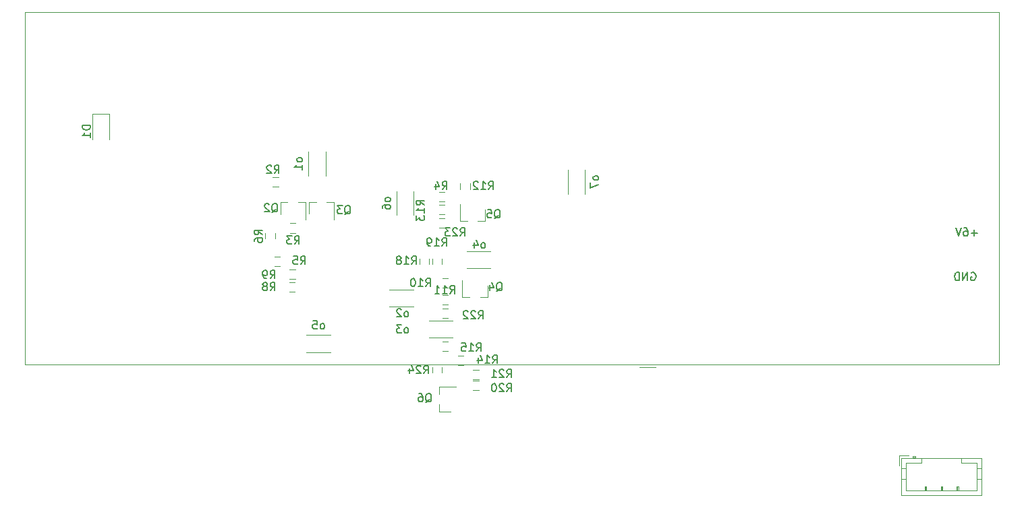
<source format=gbr>
G04 #@! TF.GenerationSoftware,KiCad,Pcbnew,(5.1.2)-1*
G04 #@! TF.CreationDate,2019-06-08T13:36:56+05:00*
G04 #@! TF.ProjectId,evend-adapter,6576656e-642d-4616-9461-707465722e6b,rev?*
G04 #@! TF.SameCoordinates,Original*
G04 #@! TF.FileFunction,Legend,Bot*
G04 #@! TF.FilePolarity,Positive*
%FSLAX46Y46*%
G04 Gerber Fmt 4.6, Leading zero omitted, Abs format (unit mm)*
G04 Created by KiCad (PCBNEW (5.1.2)-1) date 2019-06-08 13:36:56*
%MOMM*%
%LPD*%
G04 APERTURE LIST*
%ADD10C,0.120000*%
%ADD11C,0.150000*%
G04 APERTURE END LIST*
D10*
X23460000Y-118380000D02*
X145740000Y-118380000D01*
X145740000Y-162660000D02*
X145740000Y-118380000D01*
X100600000Y-163020000D02*
X102600000Y-163020000D01*
X145740000Y-162660000D02*
X23460000Y-162660000D01*
X23460000Y-162660000D02*
X23460000Y-118380000D01*
X133459000Y-174399800D02*
X133459000Y-179099800D01*
X133459000Y-179099800D02*
X143559000Y-179099800D01*
X143559000Y-179099800D02*
X143559000Y-174399800D01*
X143559000Y-174399800D02*
X133459000Y-174399800D01*
X136009000Y-174399800D02*
X136009000Y-174999800D01*
X136009000Y-174999800D02*
X134059000Y-174999800D01*
X134059000Y-174999800D02*
X134059000Y-178499800D01*
X134059000Y-178499800D02*
X142959000Y-178499800D01*
X142959000Y-178499800D02*
X142959000Y-174999800D01*
X142959000Y-174999800D02*
X141009000Y-174999800D01*
X141009000Y-174999800D02*
X141009000Y-174399800D01*
X133459000Y-175699800D02*
X134059000Y-175699800D01*
X133459000Y-176999800D02*
X134059000Y-176999800D01*
X143559000Y-175699800D02*
X142959000Y-175699800D01*
X143559000Y-176999800D02*
X142959000Y-176999800D01*
X135209000Y-174399800D02*
X135209000Y-174199800D01*
X135209000Y-174199800D02*
X134909000Y-174199800D01*
X134909000Y-174199800D02*
X134909000Y-174399800D01*
X135209000Y-174299800D02*
X134909000Y-174299800D01*
X136409000Y-178499800D02*
X136409000Y-177999800D01*
X136409000Y-177999800D02*
X136609000Y-177999800D01*
X136609000Y-177999800D02*
X136609000Y-178499800D01*
X136509000Y-178499800D02*
X136509000Y-177999800D01*
X138409000Y-178499800D02*
X138409000Y-177999800D01*
X138409000Y-177999800D02*
X138609000Y-177999800D01*
X138609000Y-177999800D02*
X138609000Y-178499800D01*
X138509000Y-178499800D02*
X138509000Y-177999800D01*
X140409000Y-178499800D02*
X140409000Y-177999800D01*
X140409000Y-177999800D02*
X140609000Y-177999800D01*
X140609000Y-177999800D02*
X140609000Y-178499800D01*
X140509000Y-178499800D02*
X140509000Y-177999800D01*
X134409000Y-174099800D02*
X133159000Y-174099800D01*
X133159000Y-174099800D02*
X133159000Y-175349800D01*
X69213600Y-155400400D02*
X72213600Y-155400400D01*
X72213600Y-153260400D02*
X69213600Y-153260400D01*
X91640000Y-138200000D02*
X91640000Y-141200000D01*
X93780000Y-141200000D02*
X93780000Y-138200000D01*
X75443600Y-142166900D02*
X76143600Y-142166900D01*
X76143600Y-140966900D02*
X75443600Y-140966900D01*
X72253500Y-143892400D02*
X72253500Y-140892400D01*
X70113500Y-140892400D02*
X70113500Y-143892400D01*
X58812000Y-161090000D02*
X61812000Y-161090000D01*
X61812000Y-158950000D02*
X58812000Y-158950000D01*
X81891000Y-148383600D02*
X78891000Y-148383600D01*
X78891000Y-150523600D02*
X81891000Y-150523600D01*
X77192000Y-157146600D02*
X74192000Y-157146600D01*
X74192000Y-159286600D02*
X77192000Y-159286600D01*
X61204500Y-138914000D02*
X61204500Y-135914000D01*
X59064500Y-135914000D02*
X59064500Y-138914000D01*
X74584000Y-162982200D02*
X74584000Y-163682200D01*
X75784000Y-163682200D02*
X75784000Y-162982200D01*
X75456300Y-145494300D02*
X76156300Y-145494300D01*
X76156300Y-144294300D02*
X75456300Y-144294300D01*
X75850000Y-156810000D02*
X76550000Y-156810000D01*
X76550000Y-155610000D02*
X75850000Y-155610000D01*
X80421000Y-163306200D02*
X79721000Y-163306200D01*
X79721000Y-164506200D02*
X80421000Y-164506200D01*
X80426000Y-164703200D02*
X79726000Y-164703200D01*
X79726000Y-165903200D02*
X80426000Y-165903200D01*
X74622100Y-149322000D02*
X74622100Y-150022000D01*
X75822100Y-150022000D02*
X75822100Y-149322000D01*
X72983800Y-149322000D02*
X72983800Y-150022000D01*
X74183800Y-150022000D02*
X74183800Y-149322000D01*
X75850000Y-160950200D02*
X76550000Y-160950200D01*
X76550000Y-159750200D02*
X75850000Y-159750200D01*
X77816000Y-162728200D02*
X78516000Y-162728200D01*
X78516000Y-161528200D02*
X77816000Y-161528200D01*
X75430900Y-143767100D02*
X76130900Y-143767100D01*
X76130900Y-142567100D02*
X75430900Y-142567100D01*
X79314600Y-140596100D02*
X79314600Y-139896100D01*
X78114600Y-139896100D02*
X78114600Y-140596100D01*
X76539800Y-153920900D02*
X75839800Y-153920900D01*
X75839800Y-155120900D02*
X76539800Y-155120900D01*
X76550000Y-151800000D02*
X75850000Y-151800000D01*
X75850000Y-153000000D02*
X76550000Y-153000000D01*
X56698400Y-151900000D02*
X57398400Y-151900000D01*
X57398400Y-150700000D02*
X56698400Y-150700000D01*
X56650000Y-153500000D02*
X57350000Y-153500000D01*
X57350000Y-152300000D02*
X56650000Y-152300000D01*
X54850000Y-146850000D02*
X54850000Y-146150000D01*
X53650000Y-146150000D02*
X53650000Y-146850000D01*
X55500000Y-149100000D02*
X54800000Y-149100000D01*
X54800000Y-150300000D02*
X55500000Y-150300000D01*
X56739000Y-146100000D02*
X57439000Y-146100000D01*
X57439000Y-144900000D02*
X56739000Y-144900000D01*
X54575000Y-140300000D02*
X55275000Y-140300000D01*
X55275000Y-139100000D02*
X54575000Y-139100000D01*
X59128500Y-142258000D02*
X60058500Y-142258000D01*
X62288500Y-142258000D02*
X61358500Y-142258000D01*
X62288500Y-142258000D02*
X62288500Y-144418000D01*
X59128500Y-142258000D02*
X59128500Y-143718000D01*
X55519200Y-142267400D02*
X56449200Y-142267400D01*
X58679200Y-142267400D02*
X57749200Y-142267400D01*
X58679200Y-142267400D02*
X58679200Y-144427400D01*
X55519200Y-142267400D02*
X55519200Y-143727400D01*
X31960000Y-131150000D02*
X34080000Y-131150000D01*
X31960000Y-134350000D02*
X31960000Y-131150000D01*
X34080000Y-131150000D02*
X34080000Y-134350000D01*
X81526500Y-154188700D02*
X80596500Y-154188700D01*
X78366500Y-154188700D02*
X79296500Y-154188700D01*
X78366500Y-154188700D02*
X78366500Y-152028700D01*
X81526500Y-154188700D02*
X81526500Y-152728700D01*
X81221700Y-144651000D02*
X80291700Y-144651000D01*
X78061700Y-144651000D02*
X78991700Y-144651000D01*
X78061700Y-144651000D02*
X78061700Y-142491000D01*
X81221700Y-144651000D02*
X81221700Y-143191000D01*
X75456000Y-168585000D02*
X75456000Y-167655000D01*
X75456000Y-165425000D02*
X75456000Y-166355000D01*
X75456000Y-165425000D02*
X77616000Y-165425000D01*
X75456000Y-168585000D02*
X76916000Y-168585000D01*
D11*
X71413619Y-156662380D02*
X71508857Y-156614761D01*
X71556476Y-156567142D01*
X71604095Y-156471904D01*
X71604095Y-156186190D01*
X71556476Y-156090952D01*
X71508857Y-156043333D01*
X71413619Y-155995714D01*
X71270761Y-155995714D01*
X71175523Y-156043333D01*
X71127904Y-156090952D01*
X71080285Y-156186190D01*
X71080285Y-156471904D01*
X71127904Y-156567142D01*
X71175523Y-156614761D01*
X71270761Y-156662380D01*
X71413619Y-156662380D01*
X70699333Y-155757619D02*
X70651714Y-155710000D01*
X70556476Y-155662380D01*
X70318380Y-155662380D01*
X70223142Y-155710000D01*
X70175523Y-155757619D01*
X70127904Y-155852857D01*
X70127904Y-155948095D01*
X70175523Y-156090952D01*
X70746952Y-156662380D01*
X70127904Y-156662380D01*
X95462380Y-139152380D02*
X95414761Y-139057142D01*
X95367142Y-139009523D01*
X95271904Y-138961904D01*
X94986190Y-138961904D01*
X94890952Y-139009523D01*
X94843333Y-139057142D01*
X94795714Y-139152380D01*
X94795714Y-139295238D01*
X94843333Y-139390476D01*
X94890952Y-139438095D01*
X94986190Y-139485714D01*
X95271904Y-139485714D01*
X95367142Y-139438095D01*
X95414761Y-139390476D01*
X95462380Y-139295238D01*
X95462380Y-139152380D01*
X94462380Y-139819047D02*
X94462380Y-140485714D01*
X95462380Y-140057142D01*
X75858666Y-140660380D02*
X76192000Y-140184190D01*
X76430095Y-140660380D02*
X76430095Y-139660380D01*
X76049142Y-139660380D01*
X75953904Y-139708000D01*
X75906285Y-139755619D01*
X75858666Y-139850857D01*
X75858666Y-139993714D01*
X75906285Y-140088952D01*
X75953904Y-140136571D01*
X76049142Y-140184190D01*
X76430095Y-140184190D01*
X75001523Y-139993714D02*
X75001523Y-140660380D01*
X75239619Y-139612761D02*
X75477714Y-140327047D01*
X74858666Y-140327047D01*
X69335880Y-141844780D02*
X69288261Y-141749542D01*
X69240642Y-141701923D01*
X69145404Y-141654304D01*
X68859690Y-141654304D01*
X68764452Y-141701923D01*
X68716833Y-141749542D01*
X68669214Y-141844780D01*
X68669214Y-141987638D01*
X68716833Y-142082876D01*
X68764452Y-142130495D01*
X68859690Y-142178114D01*
X69145404Y-142178114D01*
X69240642Y-142130495D01*
X69288261Y-142082876D01*
X69335880Y-141987638D01*
X69335880Y-141844780D01*
X68335880Y-143035257D02*
X68335880Y-142844780D01*
X68383500Y-142749542D01*
X68431119Y-142701923D01*
X68573976Y-142606685D01*
X68764452Y-142559066D01*
X69145404Y-142559066D01*
X69240642Y-142606685D01*
X69288261Y-142654304D01*
X69335880Y-142749542D01*
X69335880Y-142940019D01*
X69288261Y-143035257D01*
X69240642Y-143082876D01*
X69145404Y-143130495D01*
X68907309Y-143130495D01*
X68812071Y-143082876D01*
X68764452Y-143035257D01*
X68716833Y-142940019D01*
X68716833Y-142749542D01*
X68764452Y-142654304D01*
X68812071Y-142606685D01*
X68907309Y-142559066D01*
X60859619Y-158172380D02*
X60954857Y-158124761D01*
X61002476Y-158077142D01*
X61050095Y-157981904D01*
X61050095Y-157696190D01*
X61002476Y-157600952D01*
X60954857Y-157553333D01*
X60859619Y-157505714D01*
X60716761Y-157505714D01*
X60621523Y-157553333D01*
X60573904Y-157600952D01*
X60526285Y-157696190D01*
X60526285Y-157981904D01*
X60573904Y-158077142D01*
X60621523Y-158124761D01*
X60716761Y-158172380D01*
X60859619Y-158172380D01*
X59621523Y-157172380D02*
X60097714Y-157172380D01*
X60145333Y-157648571D01*
X60097714Y-157600952D01*
X60002476Y-157553333D01*
X59764380Y-157553333D01*
X59669142Y-157600952D01*
X59621523Y-157648571D01*
X59573904Y-157743809D01*
X59573904Y-157981904D01*
X59621523Y-158077142D01*
X59669142Y-158124761D01*
X59764380Y-158172380D01*
X60002476Y-158172380D01*
X60097714Y-158124761D01*
X60145333Y-158077142D01*
X142239904Y-151138000D02*
X142335142Y-151090380D01*
X142478000Y-151090380D01*
X142620857Y-151138000D01*
X142716095Y-151233238D01*
X142763714Y-151328476D01*
X142811333Y-151518952D01*
X142811333Y-151661809D01*
X142763714Y-151852285D01*
X142716095Y-151947523D01*
X142620857Y-152042761D01*
X142478000Y-152090380D01*
X142382761Y-152090380D01*
X142239904Y-152042761D01*
X142192285Y-151995142D01*
X142192285Y-151661809D01*
X142382761Y-151661809D01*
X141763714Y-152090380D02*
X141763714Y-151090380D01*
X141192285Y-152090380D01*
X141192285Y-151090380D01*
X140716095Y-152090380D02*
X140716095Y-151090380D01*
X140478000Y-151090380D01*
X140335142Y-151138000D01*
X140239904Y-151233238D01*
X140192285Y-151328476D01*
X140144666Y-151518952D01*
X140144666Y-151661809D01*
X140192285Y-151852285D01*
X140239904Y-151947523D01*
X140335142Y-152042761D01*
X140478000Y-152090380D01*
X140716095Y-152090380D01*
X143017714Y-146121428D02*
X142255809Y-146121428D01*
X142636761Y-146502380D02*
X142636761Y-145740476D01*
X141351047Y-145502380D02*
X141541523Y-145502380D01*
X141636761Y-145550000D01*
X141684380Y-145597619D01*
X141779619Y-145740476D01*
X141827238Y-145930952D01*
X141827238Y-146311904D01*
X141779619Y-146407142D01*
X141732000Y-146454761D01*
X141636761Y-146502380D01*
X141446285Y-146502380D01*
X141351047Y-146454761D01*
X141303428Y-146407142D01*
X141255809Y-146311904D01*
X141255809Y-146073809D01*
X141303428Y-145978571D01*
X141351047Y-145930952D01*
X141446285Y-145883333D01*
X141636761Y-145883333D01*
X141732000Y-145930952D01*
X141779619Y-145978571D01*
X141827238Y-146073809D01*
X140970095Y-145502380D02*
X140636761Y-146502380D01*
X140303428Y-145502380D01*
X81065619Y-148026380D02*
X81160857Y-147978761D01*
X81208476Y-147931142D01*
X81256095Y-147835904D01*
X81256095Y-147550190D01*
X81208476Y-147454952D01*
X81160857Y-147407333D01*
X81065619Y-147359714D01*
X80922761Y-147359714D01*
X80827523Y-147407333D01*
X80779904Y-147454952D01*
X80732285Y-147550190D01*
X80732285Y-147835904D01*
X80779904Y-147931142D01*
X80827523Y-147978761D01*
X80922761Y-148026380D01*
X81065619Y-148026380D01*
X79875142Y-147359714D02*
X79875142Y-148026380D01*
X80113238Y-146978761D02*
X80351333Y-147693047D01*
X79732285Y-147693047D01*
X71413619Y-158694380D02*
X71508857Y-158646761D01*
X71556476Y-158599142D01*
X71604095Y-158503904D01*
X71604095Y-158218190D01*
X71556476Y-158122952D01*
X71508857Y-158075333D01*
X71413619Y-158027714D01*
X71270761Y-158027714D01*
X71175523Y-158075333D01*
X71127904Y-158122952D01*
X71080285Y-158218190D01*
X71080285Y-158503904D01*
X71127904Y-158599142D01*
X71175523Y-158646761D01*
X71270761Y-158694380D01*
X71413619Y-158694380D01*
X70746952Y-157694380D02*
X70127904Y-157694380D01*
X70461238Y-158075333D01*
X70318380Y-158075333D01*
X70223142Y-158122952D01*
X70175523Y-158170571D01*
X70127904Y-158265809D01*
X70127904Y-158503904D01*
X70175523Y-158599142D01*
X70223142Y-158646761D01*
X70318380Y-158694380D01*
X70604095Y-158694380D01*
X70699333Y-158646761D01*
X70746952Y-158599142D01*
X58286880Y-136866380D02*
X58239261Y-136771142D01*
X58191642Y-136723523D01*
X58096404Y-136675904D01*
X57810690Y-136675904D01*
X57715452Y-136723523D01*
X57667833Y-136771142D01*
X57620214Y-136866380D01*
X57620214Y-137009238D01*
X57667833Y-137104476D01*
X57715452Y-137152095D01*
X57810690Y-137199714D01*
X58096404Y-137199714D01*
X58191642Y-137152095D01*
X58239261Y-137104476D01*
X58286880Y-137009238D01*
X58286880Y-136866380D01*
X58286880Y-138152095D02*
X58286880Y-137580666D01*
X58286880Y-137866380D02*
X57286880Y-137866380D01*
X57429738Y-137771142D01*
X57524976Y-137675904D01*
X57572595Y-137580666D01*
X73540857Y-163784580D02*
X73874190Y-163308390D01*
X74112285Y-163784580D02*
X74112285Y-162784580D01*
X73731333Y-162784580D01*
X73636095Y-162832200D01*
X73588476Y-162879819D01*
X73540857Y-162975057D01*
X73540857Y-163117914D01*
X73588476Y-163213152D01*
X73636095Y-163260771D01*
X73731333Y-163308390D01*
X74112285Y-163308390D01*
X73159904Y-162879819D02*
X73112285Y-162832200D01*
X73017047Y-162784580D01*
X72778952Y-162784580D01*
X72683714Y-162832200D01*
X72636095Y-162879819D01*
X72588476Y-162975057D01*
X72588476Y-163070295D01*
X72636095Y-163213152D01*
X73207523Y-163784580D01*
X72588476Y-163784580D01*
X71731333Y-163117914D02*
X71731333Y-163784580D01*
X71969428Y-162736961D02*
X72207523Y-163451247D01*
X71588476Y-163451247D01*
X78112857Y-146502380D02*
X78446190Y-146026190D01*
X78684285Y-146502380D02*
X78684285Y-145502380D01*
X78303333Y-145502380D01*
X78208095Y-145550000D01*
X78160476Y-145597619D01*
X78112857Y-145692857D01*
X78112857Y-145835714D01*
X78160476Y-145930952D01*
X78208095Y-145978571D01*
X78303333Y-146026190D01*
X78684285Y-146026190D01*
X77731904Y-145597619D02*
X77684285Y-145550000D01*
X77589047Y-145502380D01*
X77350952Y-145502380D01*
X77255714Y-145550000D01*
X77208095Y-145597619D01*
X77160476Y-145692857D01*
X77160476Y-145788095D01*
X77208095Y-145930952D01*
X77779523Y-146502380D01*
X77160476Y-146502380D01*
X76827142Y-145502380D02*
X76208095Y-145502380D01*
X76541428Y-145883333D01*
X76398571Y-145883333D01*
X76303333Y-145930952D01*
X76255714Y-145978571D01*
X76208095Y-146073809D01*
X76208095Y-146311904D01*
X76255714Y-146407142D01*
X76303333Y-146454761D01*
X76398571Y-146502380D01*
X76684285Y-146502380D01*
X76779523Y-146454761D01*
X76827142Y-146407142D01*
X80398857Y-156916380D02*
X80732190Y-156440190D01*
X80970285Y-156916380D02*
X80970285Y-155916380D01*
X80589333Y-155916380D01*
X80494095Y-155964000D01*
X80446476Y-156011619D01*
X80398857Y-156106857D01*
X80398857Y-156249714D01*
X80446476Y-156344952D01*
X80494095Y-156392571D01*
X80589333Y-156440190D01*
X80970285Y-156440190D01*
X80017904Y-156011619D02*
X79970285Y-155964000D01*
X79875047Y-155916380D01*
X79636952Y-155916380D01*
X79541714Y-155964000D01*
X79494095Y-156011619D01*
X79446476Y-156106857D01*
X79446476Y-156202095D01*
X79494095Y-156344952D01*
X80065523Y-156916380D01*
X79446476Y-156916380D01*
X79065523Y-156011619D02*
X79017904Y-155964000D01*
X78922666Y-155916380D01*
X78684571Y-155916380D01*
X78589333Y-155964000D01*
X78541714Y-156011619D01*
X78494095Y-156106857D01*
X78494095Y-156202095D01*
X78541714Y-156344952D01*
X79113142Y-156916380D01*
X78494095Y-156916380D01*
X83954857Y-164282380D02*
X84288190Y-163806190D01*
X84526285Y-164282380D02*
X84526285Y-163282380D01*
X84145333Y-163282380D01*
X84050095Y-163330000D01*
X84002476Y-163377619D01*
X83954857Y-163472857D01*
X83954857Y-163615714D01*
X84002476Y-163710952D01*
X84050095Y-163758571D01*
X84145333Y-163806190D01*
X84526285Y-163806190D01*
X83573904Y-163377619D02*
X83526285Y-163330000D01*
X83431047Y-163282380D01*
X83192952Y-163282380D01*
X83097714Y-163330000D01*
X83050095Y-163377619D01*
X83002476Y-163472857D01*
X83002476Y-163568095D01*
X83050095Y-163710952D01*
X83621523Y-164282380D01*
X83002476Y-164282380D01*
X82050095Y-164282380D02*
X82621523Y-164282380D01*
X82335809Y-164282380D02*
X82335809Y-163282380D01*
X82431047Y-163425238D01*
X82526285Y-163520476D01*
X82621523Y-163568095D01*
X83954857Y-166060380D02*
X84288190Y-165584190D01*
X84526285Y-166060380D02*
X84526285Y-165060380D01*
X84145333Y-165060380D01*
X84050095Y-165108000D01*
X84002476Y-165155619D01*
X83954857Y-165250857D01*
X83954857Y-165393714D01*
X84002476Y-165488952D01*
X84050095Y-165536571D01*
X84145333Y-165584190D01*
X84526285Y-165584190D01*
X83573904Y-165155619D02*
X83526285Y-165108000D01*
X83431047Y-165060380D01*
X83192952Y-165060380D01*
X83097714Y-165108000D01*
X83050095Y-165155619D01*
X83002476Y-165250857D01*
X83002476Y-165346095D01*
X83050095Y-165488952D01*
X83621523Y-166060380D01*
X83002476Y-166060380D01*
X82383428Y-165060380D02*
X82288190Y-165060380D01*
X82192952Y-165108000D01*
X82145333Y-165155619D01*
X82097714Y-165250857D01*
X82050095Y-165441333D01*
X82050095Y-165679428D01*
X82097714Y-165869904D01*
X82145333Y-165965142D01*
X82192952Y-166012761D01*
X82288190Y-166060380D01*
X82383428Y-166060380D01*
X82478666Y-166012761D01*
X82526285Y-165965142D01*
X82573904Y-165869904D01*
X82621523Y-165679428D01*
X82621523Y-165441333D01*
X82573904Y-165250857D01*
X82526285Y-165155619D01*
X82478666Y-165108000D01*
X82383428Y-165060380D01*
X75826857Y-147772380D02*
X76160190Y-147296190D01*
X76398285Y-147772380D02*
X76398285Y-146772380D01*
X76017333Y-146772380D01*
X75922095Y-146820000D01*
X75874476Y-146867619D01*
X75826857Y-146962857D01*
X75826857Y-147105714D01*
X75874476Y-147200952D01*
X75922095Y-147248571D01*
X76017333Y-147296190D01*
X76398285Y-147296190D01*
X74874476Y-147772380D02*
X75445904Y-147772380D01*
X75160190Y-147772380D02*
X75160190Y-146772380D01*
X75255428Y-146915238D01*
X75350666Y-147010476D01*
X75445904Y-147058095D01*
X74398285Y-147772380D02*
X74207809Y-147772380D01*
X74112571Y-147724761D01*
X74064952Y-147677142D01*
X73969714Y-147534285D01*
X73922095Y-147343809D01*
X73922095Y-146962857D01*
X73969714Y-146867619D01*
X74017333Y-146820000D01*
X74112571Y-146772380D01*
X74303047Y-146772380D01*
X74398285Y-146820000D01*
X74445904Y-146867619D01*
X74493523Y-146962857D01*
X74493523Y-147200952D01*
X74445904Y-147296190D01*
X74398285Y-147343809D01*
X74303047Y-147391428D01*
X74112571Y-147391428D01*
X74017333Y-147343809D01*
X73969714Y-147296190D01*
X73922095Y-147200952D01*
X72016857Y-150058380D02*
X72350190Y-149582190D01*
X72588285Y-150058380D02*
X72588285Y-149058380D01*
X72207333Y-149058380D01*
X72112095Y-149106000D01*
X72064476Y-149153619D01*
X72016857Y-149248857D01*
X72016857Y-149391714D01*
X72064476Y-149486952D01*
X72112095Y-149534571D01*
X72207333Y-149582190D01*
X72588285Y-149582190D01*
X71064476Y-150058380D02*
X71635904Y-150058380D01*
X71350190Y-150058380D02*
X71350190Y-149058380D01*
X71445428Y-149201238D01*
X71540666Y-149296476D01*
X71635904Y-149344095D01*
X70493047Y-149486952D02*
X70588285Y-149439333D01*
X70635904Y-149391714D01*
X70683523Y-149296476D01*
X70683523Y-149248857D01*
X70635904Y-149153619D01*
X70588285Y-149106000D01*
X70493047Y-149058380D01*
X70302571Y-149058380D01*
X70207333Y-149106000D01*
X70159714Y-149153619D01*
X70112095Y-149248857D01*
X70112095Y-149296476D01*
X70159714Y-149391714D01*
X70207333Y-149439333D01*
X70302571Y-149486952D01*
X70493047Y-149486952D01*
X70588285Y-149534571D01*
X70635904Y-149582190D01*
X70683523Y-149677428D01*
X70683523Y-149867904D01*
X70635904Y-149963142D01*
X70588285Y-150010761D01*
X70493047Y-150058380D01*
X70302571Y-150058380D01*
X70207333Y-150010761D01*
X70159714Y-149963142D01*
X70112095Y-149867904D01*
X70112095Y-149677428D01*
X70159714Y-149582190D01*
X70207333Y-149534571D01*
X70302571Y-149486952D01*
X80144857Y-160980380D02*
X80478190Y-160504190D01*
X80716285Y-160980380D02*
X80716285Y-159980380D01*
X80335333Y-159980380D01*
X80240095Y-160028000D01*
X80192476Y-160075619D01*
X80144857Y-160170857D01*
X80144857Y-160313714D01*
X80192476Y-160408952D01*
X80240095Y-160456571D01*
X80335333Y-160504190D01*
X80716285Y-160504190D01*
X79192476Y-160980380D02*
X79763904Y-160980380D01*
X79478190Y-160980380D02*
X79478190Y-159980380D01*
X79573428Y-160123238D01*
X79668666Y-160218476D01*
X79763904Y-160266095D01*
X78287714Y-159980380D02*
X78763904Y-159980380D01*
X78811523Y-160456571D01*
X78763904Y-160408952D01*
X78668666Y-160361333D01*
X78430571Y-160361333D01*
X78335333Y-160408952D01*
X78287714Y-160456571D01*
X78240095Y-160551809D01*
X78240095Y-160789904D01*
X78287714Y-160885142D01*
X78335333Y-160932761D01*
X78430571Y-160980380D01*
X78668666Y-160980380D01*
X78763904Y-160932761D01*
X78811523Y-160885142D01*
X82176857Y-162504380D02*
X82510190Y-162028190D01*
X82748285Y-162504380D02*
X82748285Y-161504380D01*
X82367333Y-161504380D01*
X82272095Y-161552000D01*
X82224476Y-161599619D01*
X82176857Y-161694857D01*
X82176857Y-161837714D01*
X82224476Y-161932952D01*
X82272095Y-161980571D01*
X82367333Y-162028190D01*
X82748285Y-162028190D01*
X81224476Y-162504380D02*
X81795904Y-162504380D01*
X81510190Y-162504380D02*
X81510190Y-161504380D01*
X81605428Y-161647238D01*
X81700666Y-161742476D01*
X81795904Y-161790095D01*
X80367333Y-161837714D02*
X80367333Y-162504380D01*
X80605428Y-161456761D02*
X80843523Y-162171047D01*
X80224476Y-162171047D01*
X73604380Y-142613142D02*
X73128190Y-142279809D01*
X73604380Y-142041714D02*
X72604380Y-142041714D01*
X72604380Y-142422666D01*
X72652000Y-142517904D01*
X72699619Y-142565523D01*
X72794857Y-142613142D01*
X72937714Y-142613142D01*
X73032952Y-142565523D01*
X73080571Y-142517904D01*
X73128190Y-142422666D01*
X73128190Y-142041714D01*
X73604380Y-143565523D02*
X73604380Y-142994095D01*
X73604380Y-143279809D02*
X72604380Y-143279809D01*
X72747238Y-143184571D01*
X72842476Y-143089333D01*
X72890095Y-142994095D01*
X72604380Y-143898857D02*
X72604380Y-144517904D01*
X72985333Y-144184571D01*
X72985333Y-144327428D01*
X73032952Y-144422666D01*
X73080571Y-144470285D01*
X73175809Y-144517904D01*
X73413904Y-144517904D01*
X73509142Y-144470285D01*
X73556761Y-144422666D01*
X73604380Y-144327428D01*
X73604380Y-144041714D01*
X73556761Y-143946476D01*
X73509142Y-143898857D01*
X81668857Y-140660380D02*
X82002190Y-140184190D01*
X82240285Y-140660380D02*
X82240285Y-139660380D01*
X81859333Y-139660380D01*
X81764095Y-139708000D01*
X81716476Y-139755619D01*
X81668857Y-139850857D01*
X81668857Y-139993714D01*
X81716476Y-140088952D01*
X81764095Y-140136571D01*
X81859333Y-140184190D01*
X82240285Y-140184190D01*
X80716476Y-140660380D02*
X81287904Y-140660380D01*
X81002190Y-140660380D02*
X81002190Y-139660380D01*
X81097428Y-139803238D01*
X81192666Y-139898476D01*
X81287904Y-139946095D01*
X80335523Y-139755619D02*
X80287904Y-139708000D01*
X80192666Y-139660380D01*
X79954571Y-139660380D01*
X79859333Y-139708000D01*
X79811714Y-139755619D01*
X79764095Y-139850857D01*
X79764095Y-139946095D01*
X79811714Y-140088952D01*
X80383142Y-140660380D01*
X79764095Y-140660380D01*
X76832657Y-153723280D02*
X77165990Y-153247090D01*
X77404085Y-153723280D02*
X77404085Y-152723280D01*
X77023133Y-152723280D01*
X76927895Y-152770900D01*
X76880276Y-152818519D01*
X76832657Y-152913757D01*
X76832657Y-153056614D01*
X76880276Y-153151852D01*
X76927895Y-153199471D01*
X77023133Y-153247090D01*
X77404085Y-153247090D01*
X75880276Y-153723280D02*
X76451704Y-153723280D01*
X76165990Y-153723280D02*
X76165990Y-152723280D01*
X76261228Y-152866138D01*
X76356466Y-152961376D01*
X76451704Y-153008995D01*
X74927895Y-153723280D02*
X75499323Y-153723280D01*
X75213609Y-153723280D02*
X75213609Y-152723280D01*
X75308847Y-152866138D01*
X75404085Y-152961376D01*
X75499323Y-153008995D01*
X73794857Y-152852380D02*
X74128190Y-152376190D01*
X74366285Y-152852380D02*
X74366285Y-151852380D01*
X73985333Y-151852380D01*
X73890095Y-151900000D01*
X73842476Y-151947619D01*
X73794857Y-152042857D01*
X73794857Y-152185714D01*
X73842476Y-152280952D01*
X73890095Y-152328571D01*
X73985333Y-152376190D01*
X74366285Y-152376190D01*
X72842476Y-152852380D02*
X73413904Y-152852380D01*
X73128190Y-152852380D02*
X73128190Y-151852380D01*
X73223428Y-151995238D01*
X73318666Y-152090476D01*
X73413904Y-152138095D01*
X72223428Y-151852380D02*
X72128190Y-151852380D01*
X72032952Y-151900000D01*
X71985333Y-151947619D01*
X71937714Y-152042857D01*
X71890095Y-152233333D01*
X71890095Y-152471428D01*
X71937714Y-152661904D01*
X71985333Y-152757142D01*
X72032952Y-152804761D01*
X72128190Y-152852380D01*
X72223428Y-152852380D01*
X72318666Y-152804761D01*
X72366285Y-152757142D01*
X72413904Y-152661904D01*
X72461523Y-152471428D01*
X72461523Y-152233333D01*
X72413904Y-152042857D01*
X72366285Y-151947619D01*
X72318666Y-151900000D01*
X72223428Y-151852380D01*
X54268666Y-151836380D02*
X54602000Y-151360190D01*
X54840095Y-151836380D02*
X54840095Y-150836380D01*
X54459142Y-150836380D01*
X54363904Y-150884000D01*
X54316285Y-150931619D01*
X54268666Y-151026857D01*
X54268666Y-151169714D01*
X54316285Y-151264952D01*
X54363904Y-151312571D01*
X54459142Y-151360190D01*
X54840095Y-151360190D01*
X53792476Y-151836380D02*
X53602000Y-151836380D01*
X53506761Y-151788761D01*
X53459142Y-151741142D01*
X53363904Y-151598285D01*
X53316285Y-151407809D01*
X53316285Y-151026857D01*
X53363904Y-150931619D01*
X53411523Y-150884000D01*
X53506761Y-150836380D01*
X53697238Y-150836380D01*
X53792476Y-150884000D01*
X53840095Y-150931619D01*
X53887714Y-151026857D01*
X53887714Y-151264952D01*
X53840095Y-151360190D01*
X53792476Y-151407809D01*
X53697238Y-151455428D01*
X53506761Y-151455428D01*
X53411523Y-151407809D01*
X53363904Y-151360190D01*
X53316285Y-151264952D01*
X54268666Y-153360380D02*
X54602000Y-152884190D01*
X54840095Y-153360380D02*
X54840095Y-152360380D01*
X54459142Y-152360380D01*
X54363904Y-152408000D01*
X54316285Y-152455619D01*
X54268666Y-152550857D01*
X54268666Y-152693714D01*
X54316285Y-152788952D01*
X54363904Y-152836571D01*
X54459142Y-152884190D01*
X54840095Y-152884190D01*
X53697238Y-152788952D02*
X53792476Y-152741333D01*
X53840095Y-152693714D01*
X53887714Y-152598476D01*
X53887714Y-152550857D01*
X53840095Y-152455619D01*
X53792476Y-152408000D01*
X53697238Y-152360380D01*
X53506761Y-152360380D01*
X53411523Y-152408000D01*
X53363904Y-152455619D01*
X53316285Y-152550857D01*
X53316285Y-152598476D01*
X53363904Y-152693714D01*
X53411523Y-152741333D01*
X53506761Y-152788952D01*
X53697238Y-152788952D01*
X53792476Y-152836571D01*
X53840095Y-152884190D01*
X53887714Y-152979428D01*
X53887714Y-153169904D01*
X53840095Y-153265142D01*
X53792476Y-153312761D01*
X53697238Y-153360380D01*
X53506761Y-153360380D01*
X53411523Y-153312761D01*
X53363904Y-153265142D01*
X53316285Y-153169904D01*
X53316285Y-152979428D01*
X53363904Y-152884190D01*
X53411523Y-152836571D01*
X53506761Y-152788952D01*
X53284380Y-146333333D02*
X52808190Y-146000000D01*
X53284380Y-145761904D02*
X52284380Y-145761904D01*
X52284380Y-146142857D01*
X52332000Y-146238095D01*
X52379619Y-146285714D01*
X52474857Y-146333333D01*
X52617714Y-146333333D01*
X52712952Y-146285714D01*
X52760571Y-146238095D01*
X52808190Y-146142857D01*
X52808190Y-145761904D01*
X52284380Y-147190476D02*
X52284380Y-147000000D01*
X52332000Y-146904761D01*
X52379619Y-146857142D01*
X52522476Y-146761904D01*
X52712952Y-146714285D01*
X53093904Y-146714285D01*
X53189142Y-146761904D01*
X53236761Y-146809523D01*
X53284380Y-146904761D01*
X53284380Y-147095238D01*
X53236761Y-147190476D01*
X53189142Y-147238095D01*
X53093904Y-147285714D01*
X52855809Y-147285714D01*
X52760571Y-147238095D01*
X52712952Y-147190476D01*
X52665333Y-147095238D01*
X52665333Y-146904761D01*
X52712952Y-146809523D01*
X52760571Y-146761904D01*
X52855809Y-146714285D01*
X58078666Y-150058380D02*
X58412000Y-149582190D01*
X58650095Y-150058380D02*
X58650095Y-149058380D01*
X58269142Y-149058380D01*
X58173904Y-149106000D01*
X58126285Y-149153619D01*
X58078666Y-149248857D01*
X58078666Y-149391714D01*
X58126285Y-149486952D01*
X58173904Y-149534571D01*
X58269142Y-149582190D01*
X58650095Y-149582190D01*
X57173904Y-149058380D02*
X57650095Y-149058380D01*
X57697714Y-149534571D01*
X57650095Y-149486952D01*
X57554857Y-149439333D01*
X57316761Y-149439333D01*
X57221523Y-149486952D01*
X57173904Y-149534571D01*
X57126285Y-149629809D01*
X57126285Y-149867904D01*
X57173904Y-149963142D01*
X57221523Y-150010761D01*
X57316761Y-150058380D01*
X57554857Y-150058380D01*
X57650095Y-150010761D01*
X57697714Y-149963142D01*
X57316666Y-147518380D02*
X57650000Y-147042190D01*
X57888095Y-147518380D02*
X57888095Y-146518380D01*
X57507142Y-146518380D01*
X57411904Y-146566000D01*
X57364285Y-146613619D01*
X57316666Y-146708857D01*
X57316666Y-146851714D01*
X57364285Y-146946952D01*
X57411904Y-146994571D01*
X57507142Y-147042190D01*
X57888095Y-147042190D01*
X56983333Y-146518380D02*
X56364285Y-146518380D01*
X56697619Y-146899333D01*
X56554761Y-146899333D01*
X56459523Y-146946952D01*
X56411904Y-146994571D01*
X56364285Y-147089809D01*
X56364285Y-147327904D01*
X56411904Y-147423142D01*
X56459523Y-147470761D01*
X56554761Y-147518380D01*
X56840476Y-147518380D01*
X56935714Y-147470761D01*
X56983333Y-147423142D01*
X54776666Y-138628380D02*
X55110000Y-138152190D01*
X55348095Y-138628380D02*
X55348095Y-137628380D01*
X54967142Y-137628380D01*
X54871904Y-137676000D01*
X54824285Y-137723619D01*
X54776666Y-137818857D01*
X54776666Y-137961714D01*
X54824285Y-138056952D01*
X54871904Y-138104571D01*
X54967142Y-138152190D01*
X55348095Y-138152190D01*
X54395714Y-137723619D02*
X54348095Y-137676000D01*
X54252857Y-137628380D01*
X54014761Y-137628380D01*
X53919523Y-137676000D01*
X53871904Y-137723619D01*
X53824285Y-137818857D01*
X53824285Y-137914095D01*
X53871904Y-138056952D01*
X54443333Y-138628380D01*
X53824285Y-138628380D01*
X63595238Y-143803619D02*
X63690476Y-143756000D01*
X63785714Y-143660761D01*
X63928571Y-143517904D01*
X64023809Y-143470285D01*
X64119047Y-143470285D01*
X64071428Y-143708380D02*
X64166666Y-143660761D01*
X64261904Y-143565523D01*
X64309523Y-143375047D01*
X64309523Y-143041714D01*
X64261904Y-142851238D01*
X64166666Y-142756000D01*
X64071428Y-142708380D01*
X63880952Y-142708380D01*
X63785714Y-142756000D01*
X63690476Y-142851238D01*
X63642857Y-143041714D01*
X63642857Y-143375047D01*
X63690476Y-143565523D01*
X63785714Y-143660761D01*
X63880952Y-143708380D01*
X64071428Y-143708380D01*
X63309523Y-142708380D02*
X62690476Y-142708380D01*
X63023809Y-143089333D01*
X62880952Y-143089333D01*
X62785714Y-143136952D01*
X62738095Y-143184571D01*
X62690476Y-143279809D01*
X62690476Y-143517904D01*
X62738095Y-143613142D01*
X62785714Y-143660761D01*
X62880952Y-143708380D01*
X63166666Y-143708380D01*
X63261904Y-143660761D01*
X63309523Y-143613142D01*
X54451238Y-143549619D02*
X54546476Y-143502000D01*
X54641714Y-143406761D01*
X54784571Y-143263904D01*
X54879809Y-143216285D01*
X54975047Y-143216285D01*
X54927428Y-143454380D02*
X55022666Y-143406761D01*
X55117904Y-143311523D01*
X55165523Y-143121047D01*
X55165523Y-142787714D01*
X55117904Y-142597238D01*
X55022666Y-142502000D01*
X54927428Y-142454380D01*
X54736952Y-142454380D01*
X54641714Y-142502000D01*
X54546476Y-142597238D01*
X54498857Y-142787714D01*
X54498857Y-143121047D01*
X54546476Y-143311523D01*
X54641714Y-143406761D01*
X54736952Y-143454380D01*
X54927428Y-143454380D01*
X54117904Y-142549619D02*
X54070285Y-142502000D01*
X53975047Y-142454380D01*
X53736952Y-142454380D01*
X53641714Y-142502000D01*
X53594095Y-142549619D01*
X53546476Y-142644857D01*
X53546476Y-142740095D01*
X53594095Y-142882952D01*
X54165523Y-143454380D01*
X53546476Y-143454380D01*
X31672380Y-132611904D02*
X30672380Y-132611904D01*
X30672380Y-132850000D01*
X30720000Y-132992857D01*
X30815238Y-133088095D01*
X30910476Y-133135714D01*
X31100952Y-133183333D01*
X31243809Y-133183333D01*
X31434285Y-133135714D01*
X31529523Y-133088095D01*
X31624761Y-132992857D01*
X31672380Y-132850000D01*
X31672380Y-132611904D01*
X31672380Y-134135714D02*
X31672380Y-133564285D01*
X31672380Y-133850000D02*
X30672380Y-133850000D01*
X30815238Y-133754761D01*
X30910476Y-133659523D01*
X30958095Y-133564285D01*
X82645238Y-153455619D02*
X82740476Y-153408000D01*
X82835714Y-153312761D01*
X82978571Y-153169904D01*
X83073809Y-153122285D01*
X83169047Y-153122285D01*
X83121428Y-153360380D02*
X83216666Y-153312761D01*
X83311904Y-153217523D01*
X83359523Y-153027047D01*
X83359523Y-152693714D01*
X83311904Y-152503238D01*
X83216666Y-152408000D01*
X83121428Y-152360380D01*
X82930952Y-152360380D01*
X82835714Y-152408000D01*
X82740476Y-152503238D01*
X82692857Y-152693714D01*
X82692857Y-153027047D01*
X82740476Y-153217523D01*
X82835714Y-153312761D01*
X82930952Y-153360380D01*
X83121428Y-153360380D01*
X81835714Y-152693714D02*
X81835714Y-153360380D01*
X82073809Y-152312761D02*
X82311904Y-153027047D01*
X81692857Y-153027047D01*
X82391238Y-144311619D02*
X82486476Y-144264000D01*
X82581714Y-144168761D01*
X82724571Y-144025904D01*
X82819809Y-143978285D01*
X82915047Y-143978285D01*
X82867428Y-144216380D02*
X82962666Y-144168761D01*
X83057904Y-144073523D01*
X83105523Y-143883047D01*
X83105523Y-143549714D01*
X83057904Y-143359238D01*
X82962666Y-143264000D01*
X82867428Y-143216380D01*
X82676952Y-143216380D01*
X82581714Y-143264000D01*
X82486476Y-143359238D01*
X82438857Y-143549714D01*
X82438857Y-143883047D01*
X82486476Y-144073523D01*
X82581714Y-144168761D01*
X82676952Y-144216380D01*
X82867428Y-144216380D01*
X81534095Y-143216380D02*
X82010285Y-143216380D01*
X82057904Y-143692571D01*
X82010285Y-143644952D01*
X81915047Y-143597333D01*
X81676952Y-143597333D01*
X81581714Y-143644952D01*
X81534095Y-143692571D01*
X81486476Y-143787809D01*
X81486476Y-144025904D01*
X81534095Y-144121142D01*
X81581714Y-144168761D01*
X81676952Y-144216380D01*
X81915047Y-144216380D01*
X82010285Y-144168761D01*
X82057904Y-144121142D01*
X73755238Y-167425619D02*
X73850476Y-167378000D01*
X73945714Y-167282761D01*
X74088571Y-167139904D01*
X74183809Y-167092285D01*
X74279047Y-167092285D01*
X74231428Y-167330380D02*
X74326666Y-167282761D01*
X74421904Y-167187523D01*
X74469523Y-166997047D01*
X74469523Y-166663714D01*
X74421904Y-166473238D01*
X74326666Y-166378000D01*
X74231428Y-166330380D01*
X74040952Y-166330380D01*
X73945714Y-166378000D01*
X73850476Y-166473238D01*
X73802857Y-166663714D01*
X73802857Y-166997047D01*
X73850476Y-167187523D01*
X73945714Y-167282761D01*
X74040952Y-167330380D01*
X74231428Y-167330380D01*
X72945714Y-166330380D02*
X73136190Y-166330380D01*
X73231428Y-166378000D01*
X73279047Y-166425619D01*
X73374285Y-166568476D01*
X73421904Y-166758952D01*
X73421904Y-167139904D01*
X73374285Y-167235142D01*
X73326666Y-167282761D01*
X73231428Y-167330380D01*
X73040952Y-167330380D01*
X72945714Y-167282761D01*
X72898095Y-167235142D01*
X72850476Y-167139904D01*
X72850476Y-166901809D01*
X72898095Y-166806571D01*
X72945714Y-166758952D01*
X73040952Y-166711333D01*
X73231428Y-166711333D01*
X73326666Y-166758952D01*
X73374285Y-166806571D01*
X73421904Y-166901809D01*
M02*

</source>
